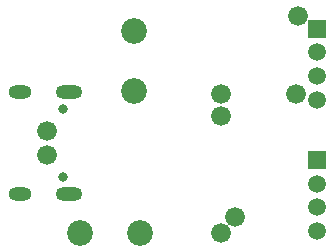
<source format=gbs>
G04*
G04 #@! TF.GenerationSoftware,Altium Limited,Altium Designer,22.0.2 (36)*
G04*
G04 Layer_Color=16711935*
%FSLAX24Y24*%
%MOIN*%
G70*
G04*
G04 #@! TF.SameCoordinates,46051EB8-178F-4A71-8072-0C991FAB0142*
G04*
G04*
G04 #@! TF.FilePolarity,Negative*
G04*
G01*
G75*
%ADD27C,0.0860*%
%ADD28C,0.0660*%
%ADD29C,0.0591*%
%ADD30R,0.0591X0.0591*%
%ADD31C,0.0316*%
%ADD32O,0.0769X0.0454*%
%ADD33O,0.0887X0.0454*%
D27*
X4450Y7700D02*
D03*
Y5700D02*
D03*
X2650Y950D02*
D03*
X4650D02*
D03*
D28*
X9900Y8200D02*
D03*
X9850Y5600D02*
D03*
X7350Y4850D02*
D03*
Y5600D02*
D03*
Y950D02*
D03*
X7800Y1500D02*
D03*
X1550Y3550D02*
D03*
Y4350D02*
D03*
D29*
X10550Y1025D02*
D03*
Y1812D02*
D03*
Y2600D02*
D03*
Y5400D02*
D03*
Y6187D02*
D03*
Y6975D02*
D03*
D30*
Y3387D02*
D03*
Y7762D02*
D03*
D31*
X2057Y2812D02*
D03*
Y5088D02*
D03*
D32*
X620Y2249D02*
D03*
X620Y5651D02*
D03*
D33*
X2254Y2249D02*
D03*
X2254Y5651D02*
D03*
M02*

</source>
